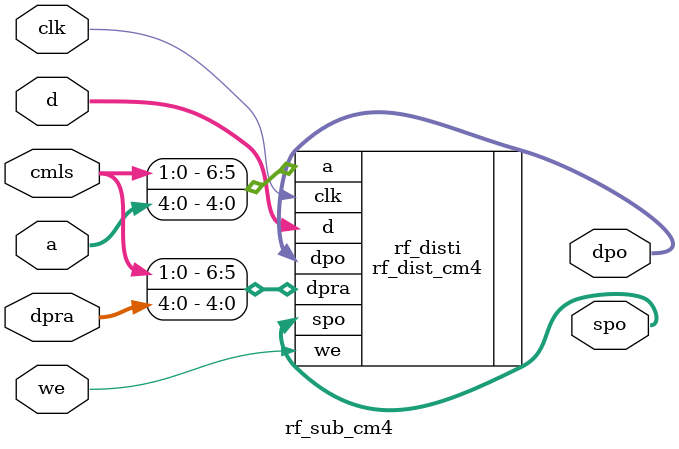
<source format=v>

/*******************************************************************************
*     This file is owned and controlled by Xilinx and must be used             *
*     solely for design, simulation, implementation and creation of            *
*     design files limited to Xilinx devices or technologies. Use              *
*     with non-Xilinx devices or technologies is expressly prohibited          *
*     and immediately terminates your license.                                 *
*                                                                              *
*     XILINX IS PROVIDING THIS DESIGN, CODE, OR INFORMATION "AS IS"            *
*     SOLELY FOR USE IN DEVELOPING PROGRAMS AND SOLUTIONS FOR                  *
*     XILINX DEVICES.  BY PROVIDING THIS DESIGN, CODE, OR INFORMATION          *
*     AS ONE POSSIBLE IMPLEMENTATION OF THIS FEATURE, APPLICATION              *
*     OR STANDARD, XILINX IS MAKING NO REPRESENTATION THAT THIS                *
*     IMPLEMENTATION IS FREE FROM ANY CLAIMS OF INFRINGEMENT,                  *
*     AND YOU ARE RESPONSIBLE FOR OBTAINING ANY RIGHTS YOU MAY REQUIRE         *
*     FOR YOUR IMPLEMENTATION.  XILINX EXPRESSLY DISCLAIMS ANY                 *
*     WARRANTY WHATSOEVER WITH RESPECT TO THE ADEQUACY OF THE                  *
*     IMPLEMENTATION, INCLUDING BUT NOT LIMITED TO ANY WARRANTIES OR           *
*     REPRESENTATIONS THAT THIS IMPLEMENTATION IS FREE FROM CLAIMS OF          *
*     INFRINGEMENT, IMPLIED WARRANTIES OF MERCHANTABILITY AND FITNESS          *
*     FOR A PARTICULAR PURPOSE.                                                *
*                                                                              *
*     Xilinx products are not intended for use in life support                 *
*     appliances, devices, or systems. Use in such applications are            *
*     expressly prohibited.                                                    *
*                                                                              *
*     (c) Copyright 1995-2009 Xilinx, Inc.                                     *
*     All rights reserved.                                                     *
*******************************************************************************/
// The synthesis directives "translate_off/translate_on" specified below are
// supported by Xilinx, Mentor Graphics and Synplicity synthesis
// tools. Ensure they are correct for your synthesis tool(s).

// You must compile the wrapper file rf_blk.v when simulating
// the core, rf_blk. When compiling the wrapper file, be sure to
// reference the XilinxCoreLib Verilog simulation library. For detailed
// instructions, please refer to the "CORE Generator Help".

`timescale 1ns/1ps

module rf_sub_cm4_24(
		clk_i_cml_3,
		cmls,
		
	a,
	d,
	dpra,
	clk,
	we,
	spo,
	dpo);


input clk_i_cml_3;
input [1:0] cmls;

reg [ 4 : 0 ] a_cml_3;



input [4 : 0] a;
input [31 : 0] d;
input [4 : 0] dpra;
input clk;
input we;
output [31 : 0] spo;
output [31 : 0] dpo;

rf_dist_cm4 rf_disti(
	.a({cmls, a_cml_3}),
	.d(d),
	.dpra({cmls, dpra}),
	.clk(clk),
	.we(we),
	.spo(spo),
	.dpo(dpo));

always @ (posedge clk_i_cml_3) begin
a_cml_3 <= a;
end

endmodule

module rf_sub_cm4_22(
		clk_i_cml_3,
		cmls,
		
	a,
	d,
	dpra,
	clk,
	we,
	spo,
	dpo);


input clk_i_cml_3;
input [1:0] cmls;

reg [ 4 : 0 ] a_cml_3;



input [4 : 0] a;
input [31 : 0] d;
input [4 : 0] dpra;
input clk;
input we;
output [31 : 0] spo;
output [31 : 0] dpo;

rf_dist_cm4 rf_disti(
	.a({cmls, a_cml_3}),
	.d(d),
	.dpra({cmls, dpra}),
	.clk(clk),
	.we(we),
	.spo(spo),
	.dpo(dpo));

always @ (posedge clk_i_cml_3) begin
a_cml_3 <= a;
end

endmodule

module rf_sub_cm4(
		cmls,
		
	a,
	d,
	dpra,
	clk,
	we,
	spo,
	dpo);


input [1:0] cmls;



input [4 : 0] a;
input [31 : 0] d;
input [4 : 0] dpra;
input clk;
input we;
output [31 : 0] spo;
output [31 : 0] dpo;

rf_dist_cm4 rf_disti(
	.a({cmls, a}),
	.d(d),
	.dpra({cmls, dpra}),
	.clk(clk),
	.we(we),
	.spo(spo),
	.dpo(dpo));

endmodule



</source>
